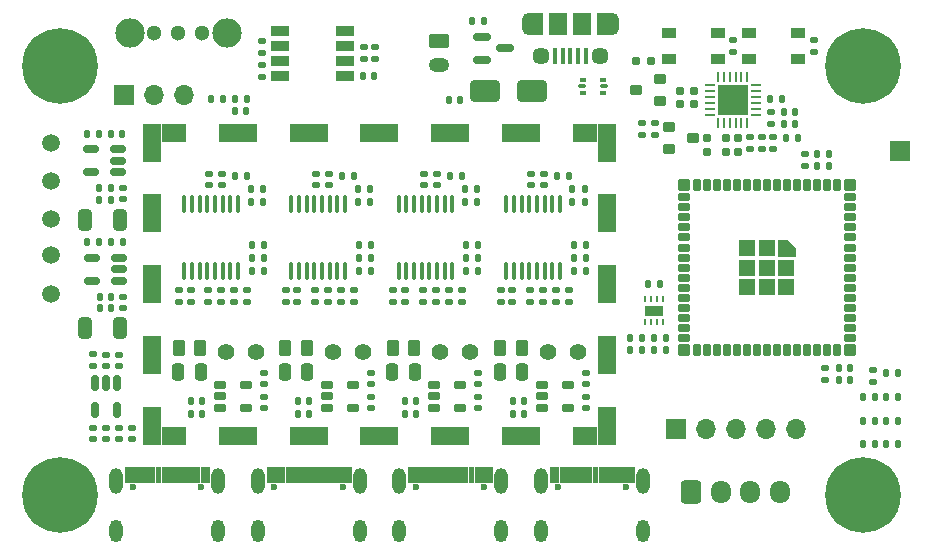
<source format=gbr>
%TF.GenerationSoftware,KiCad,Pcbnew,8.0.5*%
%TF.CreationDate,2025-06-02T18:12:59+02:00*%
%TF.ProjectId,ChrisPCB,43687269-7350-4434-922e-6b696361645f,rev?*%
%TF.SameCoordinates,Original*%
%TF.FileFunction,Soldermask,Top*%
%TF.FilePolarity,Negative*%
%FSLAX46Y46*%
G04 Gerber Fmt 4.6, Leading zero omitted, Abs format (unit mm)*
G04 Created by KiCad (PCBNEW 8.0.5) date 2025-06-02 18:12:59*
%MOMM*%
%LPD*%
G01*
G04 APERTURE LIST*
G04 Aperture macros list*
%AMRoundRect*
0 Rectangle with rounded corners*
0 $1 Rounding radius*
0 $2 $3 $4 $5 $6 $7 $8 $9 X,Y pos of 4 corners*
0 Add a 4 corners polygon primitive as box body*
4,1,4,$2,$3,$4,$5,$6,$7,$8,$9,$2,$3,0*
0 Add four circle primitives for the rounded corners*
1,1,$1+$1,$2,$3*
1,1,$1+$1,$4,$5*
1,1,$1+$1,$6,$7*
1,1,$1+$1,$8,$9*
0 Add four rect primitives between the rounded corners*
20,1,$1+$1,$2,$3,$4,$5,0*
20,1,$1+$1,$4,$5,$6,$7,0*
20,1,$1+$1,$6,$7,$8,$9,0*
20,1,$1+$1,$8,$9,$2,$3,0*%
G04 Aperture macros list end*
%ADD10C,0.010000*%
%ADD11RoundRect,0.140000X0.140000X0.170000X-0.140000X0.170000X-0.140000X-0.170000X0.140000X-0.170000X0*%
%ADD12RoundRect,0.140000X0.170000X-0.140000X0.170000X0.140000X-0.170000X0.140000X-0.170000X-0.140000X0*%
%ADD13RoundRect,0.062500X-0.062500X0.187500X-0.062500X-0.187500X0.062500X-0.187500X0.062500X0.187500X0*%
%ADD14R,1.600000X0.900000*%
%ADD15R,0.400000X1.350000*%
%ADD16O,1.200000X1.900000*%
%ADD17R,1.200000X1.900000*%
%ADD18C,1.450000*%
%ADD19R,1.500000X1.900000*%
%ADD20RoundRect,0.140000X-0.170000X0.140000X-0.170000X-0.140000X0.170000X-0.140000X0.170000X0.140000X0*%
%ADD21C,6.400000*%
%ADD22C,1.400000*%
%ADD23RoundRect,0.100000X-0.100000X0.637500X-0.100000X-0.637500X0.100000X-0.637500X0.100000X0.637500X0*%
%ADD24RoundRect,0.135000X0.135000X0.185000X-0.135000X0.185000X-0.135000X-0.185000X0.135000X-0.185000X0*%
%ADD25RoundRect,0.140000X-0.140000X-0.170000X0.140000X-0.170000X0.140000X0.170000X-0.140000X0.170000X0*%
%ADD26RoundRect,0.150000X-0.150000X0.512500X-0.150000X-0.512500X0.150000X-0.512500X0.150000X0.512500X0*%
%ADD27RoundRect,0.150000X0.512500X0.150000X-0.512500X0.150000X-0.512500X-0.150000X0.512500X-0.150000X0*%
%ADD28C,1.500000*%
%ADD29RoundRect,0.135000X0.185000X-0.135000X0.185000X0.135000X-0.185000X0.135000X-0.185000X-0.135000X0*%
%ADD30RoundRect,0.250000X-0.325000X-0.650000X0.325000X-0.650000X0.325000X0.650000X-0.325000X0.650000X0*%
%ADD31RoundRect,0.250000X0.262500X0.450000X-0.262500X0.450000X-0.262500X-0.450000X0.262500X-0.450000X0*%
%ADD32RoundRect,0.135000X-0.135000X-0.185000X0.135000X-0.185000X0.135000X0.185000X-0.135000X0.185000X0*%
%ADD33RoundRect,0.150000X-0.587500X-0.150000X0.587500X-0.150000X0.587500X0.150000X-0.587500X0.150000X0*%
%ADD34RoundRect,0.102000X-0.400000X-0.300000X0.400000X-0.300000X0.400000X0.300000X-0.400000X0.300000X0*%
%ADD35RoundRect,0.147500X0.147500X0.172500X-0.147500X0.172500X-0.147500X-0.172500X0.147500X-0.172500X0*%
%ADD36RoundRect,0.135000X-0.185000X0.135000X-0.185000X-0.135000X0.185000X-0.135000X0.185000X0.135000X0*%
%ADD37C,0.600000*%
%ADD38O,1.104000X2.204000*%
%ADD39O,1.104000X1.904000*%
%ADD40RoundRect,0.162500X-0.367500X-0.162500X0.367500X-0.162500X0.367500X0.162500X-0.367500X0.162500X0*%
%ADD41RoundRect,0.250000X-0.625000X0.350000X-0.625000X-0.350000X0.625000X-0.350000X0.625000X0.350000X0*%
%ADD42O,1.750000X1.200000*%
%ADD43RoundRect,0.102000X0.400000X0.300000X-0.400000X0.300000X-0.400000X-0.300000X0.400000X-0.300000X0*%
%ADD44RoundRect,0.062500X0.062500X-0.350000X0.062500X0.350000X-0.062500X0.350000X-0.062500X-0.350000X0*%
%ADD45RoundRect,0.062500X0.350000X-0.062500X0.350000X0.062500X-0.350000X0.062500X-0.350000X-0.062500X0*%
%ADD46R,2.600000X2.600000*%
%ADD47RoundRect,0.160000X0.160000X-0.197500X0.160000X0.197500X-0.160000X0.197500X-0.160000X-0.197500X0*%
%ADD48RoundRect,0.101600X-0.650000X-0.350000X0.650000X-0.350000X0.650000X0.350000X-0.650000X0.350000X0*%
%ADD49R,1.700000X1.700000*%
%ADD50RoundRect,0.160000X-0.197500X-0.160000X0.197500X-0.160000X0.197500X0.160000X-0.197500X0.160000X0*%
%ADD51RoundRect,0.250000X-0.600000X-0.725000X0.600000X-0.725000X0.600000X0.725000X-0.600000X0.725000X0*%
%ADD52O,1.700000X1.950000*%
%ADD53RoundRect,0.160000X-0.160000X0.197500X-0.160000X-0.197500X0.160000X-0.197500X0.160000X0.197500X0*%
%ADD54RoundRect,0.160000X0.197500X0.160000X-0.197500X0.160000X-0.197500X-0.160000X0.197500X-0.160000X0*%
%ADD55RoundRect,0.102000X0.525000X0.325000X-0.525000X0.325000X-0.525000X-0.325000X0.525000X-0.325000X0*%
%ADD56O,1.700000X1.700000*%
%ADD57RoundRect,0.250000X0.250000X0.475000X-0.250000X0.475000X-0.250000X-0.475000X0.250000X-0.475000X0*%
%ADD58RoundRect,0.093750X-0.156250X-0.093750X0.156250X-0.093750X0.156250X0.093750X-0.156250X0.093750X0*%
%ADD59RoundRect,0.075000X-0.250000X-0.075000X0.250000X-0.075000X0.250000X0.075000X-0.250000X0.075000X0*%
%ADD60R,1.550000X1.500000*%
%ADD61R,1.550000X1.750000*%
%ADD62R,1.550000X3.300000*%
%ADD63R,2.050000X1.500000*%
%ADD64R,2.100000X1.500000*%
%ADD65R,3.300000X1.500000*%
%ADD66RoundRect,0.250000X-1.000000X-0.650000X1.000000X-0.650000X1.000000X0.650000X-1.000000X0.650000X0*%
%ADD67C,1.300000*%
%ADD68C,2.483000*%
%ADD69RoundRect,0.102000X-0.200000X0.400000X-0.200000X-0.400000X0.200000X-0.400000X0.200000X0.400000X0*%
%ADD70RoundRect,0.102000X-0.400000X0.200000X-0.400000X-0.200000X0.400000X-0.200000X0.400000X0.200000X0*%
%ADD71RoundRect,0.102000X-0.600000X0.600000X-0.600000X-0.600000X0.600000X-0.600000X0.600000X0.600000X0*%
%ADD72RoundRect,0.102000X-0.400000X0.400000X-0.400000X-0.400000X0.400000X-0.400000X0.400000X0.400000X0*%
%ADD73RoundRect,0.147500X0.172500X-0.147500X0.172500X0.147500X-0.172500X0.147500X-0.172500X-0.147500X0*%
G04 APERTURE END LIST*
D10*
%TO.C,J7*%
X106200000Y-115182500D02*
X105500000Y-115182500D01*
X105500000Y-113942500D01*
X106200000Y-113942500D01*
X106200000Y-115182500D01*
G36*
X106200000Y-115182500D02*
G01*
X105500000Y-115182500D01*
X105500000Y-113942500D01*
X106200000Y-113942500D01*
X106200000Y-115182500D01*
G37*
X107000000Y-115182500D02*
X106300000Y-115182500D01*
X106300000Y-113942500D01*
X107000000Y-113942500D01*
X107000000Y-115182500D01*
G36*
X107000000Y-115182500D02*
G01*
X106300000Y-115182500D01*
X106300000Y-113942500D01*
X107000000Y-113942500D01*
X107000000Y-115182500D01*
G37*
X107500000Y-115182500D02*
X107100000Y-115182500D01*
X107100000Y-113942500D01*
X107500000Y-113942500D01*
X107500000Y-115182500D01*
G36*
X107500000Y-115182500D02*
G01*
X107100000Y-115182500D01*
X107100000Y-113942500D01*
X107500000Y-113942500D01*
X107500000Y-115182500D01*
G37*
X108000000Y-115182500D02*
X107600000Y-115182500D01*
X107600000Y-113942500D01*
X108000000Y-113942500D01*
X108000000Y-115182500D01*
G36*
X108000000Y-115182500D02*
G01*
X107600000Y-115182500D01*
X107600000Y-113942500D01*
X108000000Y-113942500D01*
X108000000Y-115182500D01*
G37*
X108500000Y-115182500D02*
X108100000Y-115182500D01*
X108100000Y-113942500D01*
X108500000Y-113942500D01*
X108500000Y-115182500D01*
G36*
X108500000Y-115182500D02*
G01*
X108100000Y-115182500D01*
X108100000Y-113942500D01*
X108500000Y-113942500D01*
X108500000Y-115182500D01*
G37*
X109000000Y-115182500D02*
X108600000Y-115182500D01*
X108600000Y-113942500D01*
X109000000Y-113942500D01*
X109000000Y-115182500D01*
G36*
X109000000Y-115182500D02*
G01*
X108600000Y-115182500D01*
X108600000Y-113942500D01*
X109000000Y-113942500D01*
X109000000Y-115182500D01*
G37*
X109500000Y-115182500D02*
X109100000Y-115182500D01*
X109100000Y-113942500D01*
X109500000Y-113942500D01*
X109500000Y-115182500D01*
G36*
X109500000Y-115182500D02*
G01*
X109100000Y-115182500D01*
X109100000Y-113942500D01*
X109500000Y-113942500D01*
X109500000Y-115182500D01*
G37*
X110000000Y-115182500D02*
X109600000Y-115182500D01*
X109600000Y-113942500D01*
X110000000Y-113942500D01*
X110000000Y-115182500D01*
G36*
X110000000Y-115182500D02*
G01*
X109600000Y-115182500D01*
X109600000Y-113942500D01*
X110000000Y-113942500D01*
X110000000Y-115182500D01*
G37*
X110500000Y-115182500D02*
X110100000Y-115182500D01*
X110100000Y-113942500D01*
X110500000Y-113942500D01*
X110500000Y-115182500D01*
G36*
X110500000Y-115182500D02*
G01*
X110100000Y-115182500D01*
X110100000Y-113942500D01*
X110500000Y-113942500D01*
X110500000Y-115182500D01*
G37*
X111000000Y-115182500D02*
X110600000Y-115182500D01*
X110600000Y-113942500D01*
X111000000Y-113942500D01*
X111000000Y-115182500D01*
G36*
X111000000Y-115182500D02*
G01*
X110600000Y-115182500D01*
X110600000Y-113942500D01*
X111000000Y-113942500D01*
X111000000Y-115182500D01*
G37*
X111800000Y-115182500D02*
X111100000Y-115182500D01*
X111100000Y-113942500D01*
X111800000Y-113942500D01*
X111800000Y-115182500D01*
G36*
X111800000Y-115182500D02*
G01*
X111100000Y-115182500D01*
X111100000Y-113942500D01*
X111800000Y-113942500D01*
X111800000Y-115182500D01*
G37*
X112600000Y-115182500D02*
X111900000Y-115182500D01*
X111900000Y-113942500D01*
X112600000Y-113942500D01*
X112600000Y-115182500D01*
G36*
X112600000Y-115182500D02*
G01*
X111900000Y-115182500D01*
X111900000Y-113942500D01*
X112600000Y-113942500D01*
X112600000Y-115182500D01*
G37*
%TO.C,J8*%
X118200000Y-115182500D02*
X117500000Y-115182500D01*
X117500000Y-113942500D01*
X118200000Y-113942500D01*
X118200000Y-115182500D01*
G36*
X118200000Y-115182500D02*
G01*
X117500000Y-115182500D01*
X117500000Y-113942500D01*
X118200000Y-113942500D01*
X118200000Y-115182500D01*
G37*
X119000000Y-115182500D02*
X118300000Y-115182500D01*
X118300000Y-113942500D01*
X119000000Y-113942500D01*
X119000000Y-115182500D01*
G36*
X119000000Y-115182500D02*
G01*
X118300000Y-115182500D01*
X118300000Y-113942500D01*
X119000000Y-113942500D01*
X119000000Y-115182500D01*
G37*
X119500000Y-115182500D02*
X119100000Y-115182500D01*
X119100000Y-113942500D01*
X119500000Y-113942500D01*
X119500000Y-115182500D01*
G36*
X119500000Y-115182500D02*
G01*
X119100000Y-115182500D01*
X119100000Y-113942500D01*
X119500000Y-113942500D01*
X119500000Y-115182500D01*
G37*
X120000000Y-115182500D02*
X119600000Y-115182500D01*
X119600000Y-113942500D01*
X120000000Y-113942500D01*
X120000000Y-115182500D01*
G36*
X120000000Y-115182500D02*
G01*
X119600000Y-115182500D01*
X119600000Y-113942500D01*
X120000000Y-113942500D01*
X120000000Y-115182500D01*
G37*
X120500000Y-115182500D02*
X120100000Y-115182500D01*
X120100000Y-113942500D01*
X120500000Y-113942500D01*
X120500000Y-115182500D01*
G36*
X120500000Y-115182500D02*
G01*
X120100000Y-115182500D01*
X120100000Y-113942500D01*
X120500000Y-113942500D01*
X120500000Y-115182500D01*
G37*
X121000000Y-115182500D02*
X120600000Y-115182500D01*
X120600000Y-113942500D01*
X121000000Y-113942500D01*
X121000000Y-115182500D01*
G36*
X121000000Y-115182500D02*
G01*
X120600000Y-115182500D01*
X120600000Y-113942500D01*
X121000000Y-113942500D01*
X121000000Y-115182500D01*
G37*
X121500000Y-115182500D02*
X121100000Y-115182500D01*
X121100000Y-113942500D01*
X121500000Y-113942500D01*
X121500000Y-115182500D01*
G36*
X121500000Y-115182500D02*
G01*
X121100000Y-115182500D01*
X121100000Y-113942500D01*
X121500000Y-113942500D01*
X121500000Y-115182500D01*
G37*
X122000000Y-115182500D02*
X121600000Y-115182500D01*
X121600000Y-113942500D01*
X122000000Y-113942500D01*
X122000000Y-115182500D01*
G36*
X122000000Y-115182500D02*
G01*
X121600000Y-115182500D01*
X121600000Y-113942500D01*
X122000000Y-113942500D01*
X122000000Y-115182500D01*
G37*
X122500000Y-115182500D02*
X122100000Y-115182500D01*
X122100000Y-113942500D01*
X122500000Y-113942500D01*
X122500000Y-115182500D01*
G36*
X122500000Y-115182500D02*
G01*
X122100000Y-115182500D01*
X122100000Y-113942500D01*
X122500000Y-113942500D01*
X122500000Y-115182500D01*
G37*
X123000000Y-115182500D02*
X122600000Y-115182500D01*
X122600000Y-113942500D01*
X123000000Y-113942500D01*
X123000000Y-115182500D01*
G36*
X123000000Y-115182500D02*
G01*
X122600000Y-115182500D01*
X122600000Y-113942500D01*
X123000000Y-113942500D01*
X123000000Y-115182500D01*
G37*
X123800000Y-115182500D02*
X123100000Y-115182500D01*
X123100000Y-113942500D01*
X123800000Y-113942500D01*
X123800000Y-115182500D01*
G36*
X123800000Y-115182500D02*
G01*
X123100000Y-115182500D01*
X123100000Y-113942500D01*
X123800000Y-113942500D01*
X123800000Y-115182500D01*
G37*
X124600000Y-115182500D02*
X123900000Y-115182500D01*
X123900000Y-113942500D01*
X124600000Y-113942500D01*
X124600000Y-115182500D01*
G36*
X124600000Y-115182500D02*
G01*
X123900000Y-115182500D01*
X123900000Y-113942500D01*
X124600000Y-113942500D01*
X124600000Y-115182500D01*
G37*
%TO.C,J9*%
X130200000Y-115182500D02*
X129500000Y-115182500D01*
X129500000Y-113942500D01*
X130200000Y-113942500D01*
X130200000Y-115182500D01*
G36*
X130200000Y-115182500D02*
G01*
X129500000Y-115182500D01*
X129500000Y-113942500D01*
X130200000Y-113942500D01*
X130200000Y-115182500D01*
G37*
X131000000Y-115182500D02*
X130300000Y-115182500D01*
X130300000Y-113942500D01*
X131000000Y-113942500D01*
X131000000Y-115182500D01*
G36*
X131000000Y-115182500D02*
G01*
X130300000Y-115182500D01*
X130300000Y-113942500D01*
X131000000Y-113942500D01*
X131000000Y-115182500D01*
G37*
X131500000Y-115182500D02*
X131100000Y-115182500D01*
X131100000Y-113942500D01*
X131500000Y-113942500D01*
X131500000Y-115182500D01*
G36*
X131500000Y-115182500D02*
G01*
X131100000Y-115182500D01*
X131100000Y-113942500D01*
X131500000Y-113942500D01*
X131500000Y-115182500D01*
G37*
X132000000Y-115182500D02*
X131600000Y-115182500D01*
X131600000Y-113942500D01*
X132000000Y-113942500D01*
X132000000Y-115182500D01*
G36*
X132000000Y-115182500D02*
G01*
X131600000Y-115182500D01*
X131600000Y-113942500D01*
X132000000Y-113942500D01*
X132000000Y-115182500D01*
G37*
X132500000Y-115182500D02*
X132100000Y-115182500D01*
X132100000Y-113942500D01*
X132500000Y-113942500D01*
X132500000Y-115182500D01*
G36*
X132500000Y-115182500D02*
G01*
X132100000Y-115182500D01*
X132100000Y-113942500D01*
X132500000Y-113942500D01*
X132500000Y-115182500D01*
G37*
X133000000Y-115182500D02*
X132600000Y-115182500D01*
X132600000Y-113942500D01*
X133000000Y-113942500D01*
X133000000Y-115182500D01*
G36*
X133000000Y-115182500D02*
G01*
X132600000Y-115182500D01*
X132600000Y-113942500D01*
X133000000Y-113942500D01*
X133000000Y-115182500D01*
G37*
X133500000Y-115182500D02*
X133100000Y-115182500D01*
X133100000Y-113942500D01*
X133500000Y-113942500D01*
X133500000Y-115182500D01*
G36*
X133500000Y-115182500D02*
G01*
X133100000Y-115182500D01*
X133100000Y-113942500D01*
X133500000Y-113942500D01*
X133500000Y-115182500D01*
G37*
X134000000Y-115182500D02*
X133600000Y-115182500D01*
X133600000Y-113942500D01*
X134000000Y-113942500D01*
X134000000Y-115182500D01*
G36*
X134000000Y-115182500D02*
G01*
X133600000Y-115182500D01*
X133600000Y-113942500D01*
X134000000Y-113942500D01*
X134000000Y-115182500D01*
G37*
X134500000Y-115182500D02*
X134100000Y-115182500D01*
X134100000Y-113942500D01*
X134500000Y-113942500D01*
X134500000Y-115182500D01*
G36*
X134500000Y-115182500D02*
G01*
X134100000Y-115182500D01*
X134100000Y-113942500D01*
X134500000Y-113942500D01*
X134500000Y-115182500D01*
G37*
X135000000Y-115182500D02*
X134600000Y-115182500D01*
X134600000Y-113942500D01*
X135000000Y-113942500D01*
X135000000Y-115182500D01*
G36*
X135000000Y-115182500D02*
G01*
X134600000Y-115182500D01*
X134600000Y-113942500D01*
X135000000Y-113942500D01*
X135000000Y-115182500D01*
G37*
X135800000Y-115182500D02*
X135100000Y-115182500D01*
X135100000Y-113942500D01*
X135800000Y-113942500D01*
X135800000Y-115182500D01*
G36*
X135800000Y-115182500D02*
G01*
X135100000Y-115182500D01*
X135100000Y-113942500D01*
X135800000Y-113942500D01*
X135800000Y-115182500D01*
G37*
X136600000Y-115182500D02*
X135900000Y-115182500D01*
X135900000Y-113942500D01*
X136600000Y-113942500D01*
X136600000Y-115182500D01*
G36*
X136600000Y-115182500D02*
G01*
X135900000Y-115182500D01*
X135900000Y-113942500D01*
X136600000Y-113942500D01*
X136600000Y-115182500D01*
G37*
%TO.C,J10*%
X142200000Y-115182500D02*
X141500000Y-115182500D01*
X141500000Y-113942500D01*
X142200000Y-113942500D01*
X142200000Y-115182500D01*
G36*
X142200000Y-115182500D02*
G01*
X141500000Y-115182500D01*
X141500000Y-113942500D01*
X142200000Y-113942500D01*
X142200000Y-115182500D01*
G37*
X143000000Y-115182500D02*
X142300000Y-115182500D01*
X142300000Y-113942500D01*
X143000000Y-113942500D01*
X143000000Y-115182500D01*
G36*
X143000000Y-115182500D02*
G01*
X142300000Y-115182500D01*
X142300000Y-113942500D01*
X143000000Y-113942500D01*
X143000000Y-115182500D01*
G37*
X143500000Y-115182500D02*
X143100000Y-115182500D01*
X143100000Y-113942500D01*
X143500000Y-113942500D01*
X143500000Y-115182500D01*
G36*
X143500000Y-115182500D02*
G01*
X143100000Y-115182500D01*
X143100000Y-113942500D01*
X143500000Y-113942500D01*
X143500000Y-115182500D01*
G37*
X144000000Y-115182500D02*
X143600000Y-115182500D01*
X143600000Y-113942500D01*
X144000000Y-113942500D01*
X144000000Y-115182500D01*
G36*
X144000000Y-115182500D02*
G01*
X143600000Y-115182500D01*
X143600000Y-113942500D01*
X144000000Y-113942500D01*
X144000000Y-115182500D01*
G37*
X144500000Y-115182500D02*
X144100000Y-115182500D01*
X144100000Y-113942500D01*
X144500000Y-113942500D01*
X144500000Y-115182500D01*
G36*
X144500000Y-115182500D02*
G01*
X144100000Y-115182500D01*
X144100000Y-113942500D01*
X144500000Y-113942500D01*
X144500000Y-115182500D01*
G37*
X145000000Y-115182500D02*
X144600000Y-115182500D01*
X144600000Y-113942500D01*
X145000000Y-113942500D01*
X145000000Y-115182500D01*
G36*
X145000000Y-115182500D02*
G01*
X144600000Y-115182500D01*
X144600000Y-113942500D01*
X145000000Y-113942500D01*
X145000000Y-115182500D01*
G37*
X145500000Y-115182500D02*
X145100000Y-115182500D01*
X145100000Y-113942500D01*
X145500000Y-113942500D01*
X145500000Y-115182500D01*
G36*
X145500000Y-115182500D02*
G01*
X145100000Y-115182500D01*
X145100000Y-113942500D01*
X145500000Y-113942500D01*
X145500000Y-115182500D01*
G37*
X146000000Y-115182500D02*
X145600000Y-115182500D01*
X145600000Y-113942500D01*
X146000000Y-113942500D01*
X146000000Y-115182500D01*
G36*
X146000000Y-115182500D02*
G01*
X145600000Y-115182500D01*
X145600000Y-113942500D01*
X146000000Y-113942500D01*
X146000000Y-115182500D01*
G37*
X146500000Y-115182500D02*
X146100000Y-115182500D01*
X146100000Y-113942500D01*
X146500000Y-113942500D01*
X146500000Y-115182500D01*
G36*
X146500000Y-115182500D02*
G01*
X146100000Y-115182500D01*
X146100000Y-113942500D01*
X146500000Y-113942500D01*
X146500000Y-115182500D01*
G37*
X147000000Y-115182500D02*
X146600000Y-115182500D01*
X146600000Y-113942500D01*
X147000000Y-113942500D01*
X147000000Y-115182500D01*
G36*
X147000000Y-115182500D02*
G01*
X146600000Y-115182500D01*
X146600000Y-113942500D01*
X147000000Y-113942500D01*
X147000000Y-115182500D01*
G37*
X147800000Y-115182500D02*
X147100000Y-115182500D01*
X147100000Y-113942500D01*
X147800000Y-113942500D01*
X147800000Y-115182500D01*
G36*
X147800000Y-115182500D02*
G01*
X147100000Y-115182500D01*
X147100000Y-113942500D01*
X147800000Y-113942500D01*
X147800000Y-115182500D01*
G37*
X148600000Y-115182500D02*
X147900000Y-115182500D01*
X147900000Y-113942500D01*
X148600000Y-113942500D01*
X148600000Y-115182500D01*
G36*
X148600000Y-115182500D02*
G01*
X147900000Y-115182500D01*
X147900000Y-113942500D01*
X148600000Y-113942500D01*
X148600000Y-115182500D01*
G37*
%TO.C,U2*%
X162200000Y-95350000D02*
X162200000Y-96100000D01*
X160800000Y-96100000D01*
X160800000Y-94700000D01*
X161550000Y-94700000D01*
X162200000Y-95350000D01*
G36*
X162200000Y-95350000D02*
G01*
X162200000Y-96100000D01*
X160800000Y-96100000D01*
X160800000Y-94700000D01*
X161550000Y-94700000D01*
X162200000Y-95350000D01*
G37*
%TD*%
D11*
%TO.C,C16*%
X149256000Y-104002000D03*
X148296000Y-104002000D03*
%TD*%
D12*
%TO.C,C74*%
X105300000Y-91280000D03*
X105300000Y-90320000D03*
%TD*%
D13*
%TO.C,U15*%
X151050000Y-99750000D03*
X150550000Y-99750000D03*
X150050000Y-99750000D03*
X149550000Y-99750000D03*
X149550000Y-101650000D03*
X150050000Y-101650000D03*
X150550000Y-101650000D03*
X151050000Y-101650000D03*
D14*
X150300000Y-100700000D03*
%TD*%
D12*
%TO.C,C4*%
X105000000Y-111580000D03*
X105000000Y-110620000D03*
%TD*%
%TO.C,C20*%
X113650000Y-99942500D03*
X113650000Y-98982500D03*
%TD*%
D15*
%TO.C,J11*%
X144500000Y-79162500D03*
X143850000Y-79162500D03*
X143200000Y-79162500D03*
X142550000Y-79162500D03*
X141900000Y-79162500D03*
D16*
X146700000Y-76462500D03*
D17*
X146100000Y-76462500D03*
D18*
X145700000Y-79162500D03*
D19*
X144200000Y-76462500D03*
X142200000Y-76462500D03*
D18*
X140700000Y-79162500D03*
D17*
X140300000Y-76462500D03*
D16*
X139700000Y-76462500D03*
%TD*%
D20*
%TO.C,C46*%
X135400000Y-107982500D03*
X135400000Y-108942500D03*
%TD*%
%TO.C,C60*%
X143100000Y-98982500D03*
X143100000Y-99942500D03*
%TD*%
D21*
%TO.C,H3*%
X168000000Y-80000000D03*
%TD*%
D22*
%TO.C,TP6*%
X116600000Y-104162500D03*
X114060000Y-104162500D03*
%TD*%
D20*
%TO.C,C6*%
X102800000Y-110620000D03*
X102800000Y-111580000D03*
%TD*%
D23*
%TO.C,U9*%
X142325000Y-91637500D03*
X141675000Y-91637500D03*
X141025000Y-91637500D03*
X140375000Y-91637500D03*
X139725000Y-91637500D03*
X139075000Y-91637500D03*
X138425000Y-91637500D03*
X137775000Y-91637500D03*
X137775000Y-97362500D03*
X138425000Y-97362500D03*
X139075000Y-97362500D03*
X139725000Y-97362500D03*
X140375000Y-97362500D03*
X141025000Y-97362500D03*
X141675000Y-97362500D03*
X142325000Y-97362500D03*
%TD*%
D24*
%TO.C,R33*%
X144510000Y-96262500D03*
X143490000Y-96262500D03*
%TD*%
%TO.C,R16*%
X117160000Y-90362500D03*
X116140000Y-90362500D03*
%TD*%
D20*
%TO.C,C43*%
X135400000Y-105982500D03*
X135400000Y-106942500D03*
%TD*%
D25*
%TO.C,C39*%
X120120000Y-109462500D03*
X121080000Y-109462500D03*
%TD*%
D26*
%TO.C,U1*%
X104850000Y-106862500D03*
X103900000Y-106862500D03*
X102950000Y-106862500D03*
X102950000Y-109137500D03*
X104850000Y-109137500D03*
%TD*%
D12*
%TO.C,C54*%
X141000000Y-90080000D03*
X141000000Y-89120000D03*
%TD*%
D27*
%TO.C,U14*%
X104962500Y-98150000D03*
X104962500Y-97200000D03*
X104962500Y-96250000D03*
X102687500Y-96250000D03*
X102687500Y-98150000D03*
%TD*%
D11*
%TO.C,C12*%
X165080000Y-87420000D03*
X164120000Y-87420000D03*
%TD*%
D20*
%TO.C,C24*%
X115850000Y-98982500D03*
X115850000Y-99942500D03*
%TD*%
D24*
%TO.C,R20*%
X126310000Y-97362500D03*
X125290000Y-97362500D03*
%TD*%
D20*
%TO.C,C22*%
X117250000Y-107982500D03*
X117250000Y-108942500D03*
%TD*%
D24*
%TO.C,R35*%
X144510000Y-95162500D03*
X143490000Y-95162500D03*
%TD*%
D21*
%TO.C,H1*%
X100000000Y-116320000D03*
%TD*%
D28*
%TO.C,TP5*%
X99200000Y-86500000D03*
%TD*%
D29*
%TO.C,R49*%
X150400000Y-85810000D03*
X150400000Y-84790000D03*
%TD*%
D12*
%TO.C,C35*%
X123800000Y-99942500D03*
X123800000Y-98982500D03*
%TD*%
D23*
%TO.C,U5*%
X124125000Y-91625000D03*
X123475000Y-91625000D03*
X122825000Y-91625000D03*
X122175000Y-91625000D03*
X121525000Y-91625000D03*
X120875000Y-91625000D03*
X120225000Y-91625000D03*
X119575000Y-91625000D03*
X119575000Y-97350000D03*
X120225000Y-97350000D03*
X120875000Y-97350000D03*
X121525000Y-97350000D03*
X122175000Y-97350000D03*
X122825000Y-97350000D03*
X123475000Y-97350000D03*
X124125000Y-97350000D03*
%TD*%
D12*
%TO.C,C32*%
X122700000Y-99942500D03*
X122700000Y-98982500D03*
%TD*%
D24*
%TO.C,R14*%
X117260000Y-97362500D03*
X116240000Y-97362500D03*
%TD*%
D12*
%TO.C,C18*%
X113750000Y-90080000D03*
X113750000Y-89120000D03*
%TD*%
D30*
%TO.C,C7*%
X102125000Y-93000000D03*
X105075000Y-93000000D03*
%TD*%
D11*
%TO.C,C71*%
X115780000Y-83800000D03*
X114820000Y-83800000D03*
%TD*%
D12*
%TO.C,C59*%
X142000000Y-99942500D03*
X142000000Y-98982500D03*
%TD*%
D31*
%TO.C,RF1*%
X111862500Y-103862500D03*
X110037500Y-103862500D03*
%TD*%
D20*
%TO.C,C58*%
X144500000Y-107982500D03*
X144500000Y-108942500D03*
%TD*%
D32*
%TO.C,R52*%
X134890000Y-76200000D03*
X135910000Y-76200000D03*
%TD*%
D24*
%TO.C,R28*%
X135310000Y-90362500D03*
X134290000Y-90362500D03*
%TD*%
%TO.C,R32*%
X144510000Y-97362500D03*
X143490000Y-97362500D03*
%TD*%
%TO.C,R15*%
X117260000Y-96262500D03*
X116240000Y-96262500D03*
%TD*%
D33*
%TO.C,Q3*%
X135762500Y-77550000D03*
X135762500Y-79450000D03*
X137637500Y-78500000D03*
%TD*%
D24*
%TO.C,R12*%
X115860000Y-89262500D03*
X114840000Y-89262500D03*
%TD*%
D12*
%TO.C,C56*%
X140900000Y-99942500D03*
X140900000Y-98982500D03*
%TD*%
D34*
%TO.C,Q2*%
X151590000Y-85150000D03*
X151590000Y-87050000D03*
X153610000Y-86100000D03*
%TD*%
D24*
%TO.C,R21*%
X126310000Y-96262500D03*
X125290000Y-96262500D03*
%TD*%
D35*
%TO.C,LED_INFO4*%
X170919000Y-106000000D03*
X169949000Y-106000000D03*
%TD*%
D36*
%TO.C,R40*%
X160200000Y-83890000D03*
X160200000Y-84910000D03*
%TD*%
D29*
%TO.C,R43*%
X125700000Y-79410000D03*
X125700000Y-78390000D03*
%TD*%
D20*
%TO.C,C9*%
X163800000Y-77820000D03*
X163800000Y-78780000D03*
%TD*%
D28*
%TO.C,TP4*%
X99200000Y-99300000D03*
%TD*%
D11*
%TO.C,C28*%
X112030000Y-108362500D03*
X111070000Y-108362500D03*
%TD*%
%TO.C,C11*%
X165080000Y-88450000D03*
X164120000Y-88450000D03*
%TD*%
%TO.C,C76*%
X104305000Y-99500000D03*
X103345000Y-99500000D03*
%TD*%
D12*
%TO.C,C3*%
X106100000Y-111580000D03*
X106100000Y-110620000D03*
%TD*%
D28*
%TO.C,TP3*%
X99200000Y-96000000D03*
%TD*%
D25*
%TO.C,C15*%
X149820000Y-98414000D03*
X150780000Y-98414000D03*
%TD*%
D35*
%TO.C,LED_PWR2*%
X105285000Y-85700000D03*
X104315000Y-85700000D03*
%TD*%
D11*
%TO.C,C14*%
X166880000Y-106550000D03*
X165920000Y-106550000D03*
%TD*%
D20*
%TO.C,C1*%
X105000000Y-104420000D03*
X105000000Y-105380000D03*
%TD*%
D30*
%TO.C,C8*%
X102125000Y-102200000D03*
X105075000Y-102200000D03*
%TD*%
D20*
%TO.C,C57*%
X139800000Y-98982500D03*
X139800000Y-99942500D03*
%TD*%
%TO.C,C25*%
X110050000Y-98982500D03*
X110050000Y-99942500D03*
%TD*%
D24*
%TO.C,R18*%
X124910000Y-89262500D03*
X123890000Y-89262500D03*
%TD*%
D37*
%TO.C,J7*%
X106160000Y-115632500D03*
X111940000Y-115632500D03*
D38*
X104725000Y-115142500D03*
X113375000Y-115142500D03*
D39*
X104725000Y-119312500D03*
X113375000Y-119312500D03*
%TD*%
D35*
%TO.C,LED_PWR1*%
X162470000Y-86100000D03*
X161500000Y-86100000D03*
%TD*%
D24*
%TO.C,R29*%
X135410000Y-95162500D03*
X134390000Y-95162500D03*
%TD*%
D31*
%TO.C,RF3*%
X130012500Y-103862500D03*
X128187500Y-103862500D03*
%TD*%
D20*
%TO.C,C21*%
X112550000Y-98982500D03*
X112550000Y-99942500D03*
%TD*%
%TO.C,C53*%
X139900000Y-89120000D03*
X139900000Y-90080000D03*
%TD*%
D40*
%TO.C,U8*%
X131700000Y-107012500D03*
X131700000Y-107962500D03*
X131700000Y-108912500D03*
X133900000Y-108912500D03*
X133900000Y-107012500D03*
%TD*%
D12*
%TO.C,C78*%
X105325000Y-100480000D03*
X105325000Y-99520000D03*
%TD*%
D28*
%TO.C,TP1*%
X99200000Y-89700000D03*
%TD*%
D41*
%TO.C,X1*%
X132100000Y-77900000D03*
D42*
X132100000Y-79900000D03*
%TD*%
D11*
%TO.C,C64*%
X139280000Y-108362500D03*
X138320000Y-108362500D03*
%TD*%
D12*
%TO.C,C62*%
X138300000Y-99942500D03*
X138300000Y-98982500D03*
%TD*%
D43*
%TO.C,Q1*%
X150810000Y-82950000D03*
X150810000Y-81050000D03*
X148790000Y-82000000D03*
%TD*%
D24*
%TO.C,R17*%
X117260000Y-95162500D03*
X116240000Y-95162500D03*
%TD*%
D20*
%TO.C,C17*%
X112650000Y-89120000D03*
X112650000Y-90080000D03*
%TD*%
D22*
%TO.C,TP9*%
X143850000Y-104162500D03*
X141310000Y-104162500D03*
%TD*%
D20*
%TO.C,C41*%
X130800000Y-89120000D03*
X130800000Y-90080000D03*
%TD*%
D11*
%TO.C,C66*%
X162260000Y-83900000D03*
X161300000Y-83900000D03*
%TD*%
D44*
%TO.C,U12*%
X155700000Y-84787500D03*
X156200000Y-84787500D03*
X156700000Y-84787500D03*
X157200000Y-84787500D03*
X157700000Y-84787500D03*
X158200000Y-84787500D03*
D45*
X158887500Y-84100000D03*
X158887500Y-83600000D03*
X158887500Y-83100000D03*
X158887500Y-82600000D03*
X158887500Y-82100000D03*
X158887500Y-81600000D03*
D44*
X158200000Y-80912500D03*
X157700000Y-80912500D03*
X157200000Y-80912500D03*
X156700000Y-80912500D03*
X156200000Y-80912500D03*
X155700000Y-80912500D03*
D45*
X155012500Y-81600000D03*
X155012500Y-82100000D03*
X155012500Y-82600000D03*
X155012500Y-83100000D03*
X155012500Y-83600000D03*
X155012500Y-84100000D03*
D46*
X156950000Y-82850000D03*
%TD*%
D22*
%TO.C,TP8*%
X134750000Y-104162500D03*
X132210000Y-104162500D03*
%TD*%
D24*
%TO.C,R19*%
X126210000Y-91462500D03*
X125190000Y-91462500D03*
%TD*%
D25*
%TO.C,C27*%
X111070000Y-109462500D03*
X112030000Y-109462500D03*
%TD*%
D11*
%TO.C,C77*%
X104305000Y-100500000D03*
X103345000Y-100500000D03*
%TD*%
D12*
%TO.C,C69*%
X117100000Y-80880000D03*
X117100000Y-79920000D03*
%TD*%
D32*
%TO.C,R2*%
X167990000Y-110000000D03*
X169010000Y-110000000D03*
%TD*%
D36*
%TO.C,R47*%
X149300000Y-84790000D03*
X149300000Y-85810000D03*
%TD*%
D20*
%TO.C,C10*%
X157000000Y-77820000D03*
X157000000Y-78780000D03*
%TD*%
D36*
%TO.C,R3*%
X102800000Y-104390000D03*
X102800000Y-105410000D03*
%TD*%
D11*
%TO.C,C67*%
X162260000Y-84900000D03*
X161300000Y-84900000D03*
%TD*%
D20*
%TO.C,C61*%
X137300000Y-98982500D03*
X137300000Y-99942500D03*
%TD*%
D32*
%TO.C,R53*%
X102305000Y-94905000D03*
X103325000Y-94905000D03*
%TD*%
D20*
%TO.C,C36*%
X124900000Y-98982500D03*
X124900000Y-99942500D03*
%TD*%
D36*
%TO.C,R6*%
X163100000Y-87440000D03*
X163100000Y-88460000D03*
%TD*%
D47*
%TO.C,R41*%
X157400000Y-87297500D03*
X157400000Y-86102500D03*
%TD*%
D48*
%TO.C,IC1*%
X118650000Y-76995000D03*
X118650000Y-78265000D03*
X118650000Y-79535000D03*
X118650000Y-80805000D03*
X124150000Y-80805000D03*
X124150000Y-79535000D03*
X124150000Y-78265000D03*
X124150000Y-76995000D03*
%TD*%
D49*
%TO.C,J5*%
X171100000Y-87200000D03*
%TD*%
D50*
%TO.C,R39*%
X152500000Y-82100000D03*
X153695000Y-82100000D03*
%TD*%
D32*
%TO.C,R4*%
X167990000Y-108000000D03*
X169010000Y-108000000D03*
%TD*%
D20*
%TO.C,C2*%
X103900000Y-104420000D03*
X103900000Y-105380000D03*
%TD*%
D12*
%TO.C,C42*%
X131900000Y-90080000D03*
X131900000Y-89120000D03*
%TD*%
%TO.C,C65*%
X159400000Y-86980000D03*
X159400000Y-86020000D03*
%TD*%
D21*
%TO.C,H4*%
X168000000Y-116320000D03*
%TD*%
D20*
%TO.C,C55*%
X144500000Y-105982500D03*
X144500000Y-106942500D03*
%TD*%
D12*
%TO.C,C68*%
X158400000Y-86980000D03*
X158400000Y-86020000D03*
%TD*%
%TO.C,C47*%
X132900000Y-99942500D03*
X132900000Y-98982500D03*
%TD*%
D24*
%TO.C,R22*%
X126210000Y-90362500D03*
X125190000Y-90362500D03*
%TD*%
D32*
%TO.C,R1*%
X167990000Y-112000000D03*
X169010000Y-112000000D03*
%TD*%
D23*
%TO.C,U7*%
X133225000Y-91637500D03*
X132575000Y-91637500D03*
X131925000Y-91637500D03*
X131275000Y-91637500D03*
X130625000Y-91637500D03*
X129975000Y-91637500D03*
X129325000Y-91637500D03*
X128675000Y-91637500D03*
X128675000Y-97362500D03*
X129325000Y-97362500D03*
X129975000Y-97362500D03*
X130625000Y-97362500D03*
X131275000Y-97362500D03*
X131925000Y-97362500D03*
X132575000Y-97362500D03*
X133225000Y-97362500D03*
%TD*%
D37*
%TO.C,J8*%
X118160000Y-115632500D03*
X123940000Y-115632500D03*
D38*
X116725000Y-115142500D03*
X125375000Y-115142500D03*
D39*
X116725000Y-119312500D03*
X125375000Y-119312500D03*
%TD*%
D37*
%TO.C,J9*%
X130160000Y-115632500D03*
X135940000Y-115632500D03*
D38*
X128725000Y-115142500D03*
X137375000Y-115142500D03*
D39*
X128725000Y-119312500D03*
X137375000Y-119312500D03*
%TD*%
D12*
%TO.C,C30*%
X122800000Y-90067500D03*
X122800000Y-89107500D03*
%TD*%
D20*
%TO.C,C49*%
X128200000Y-98982500D03*
X128200000Y-99942500D03*
%TD*%
D32*
%TO.C,R51*%
X102290000Y-85700000D03*
X103310000Y-85700000D03*
%TD*%
D20*
%TO.C,C34*%
X126300000Y-107982500D03*
X126300000Y-108942500D03*
%TD*%
D35*
%TO.C,LED_INFO1*%
X170919000Y-112000000D03*
X169949000Y-112000000D03*
%TD*%
D11*
%TO.C,C13*%
X166880000Y-105550000D03*
X165920000Y-105550000D03*
%TD*%
D51*
%TO.C,J3*%
X153456000Y-116078000D03*
D52*
X155956000Y-116078000D03*
X158456000Y-116078000D03*
X160956000Y-116078000D03*
%TD*%
D11*
%TO.C,C40*%
X121080000Y-108362500D03*
X120120000Y-108362500D03*
%TD*%
%TO.C,C79*%
X149256000Y-102986000D03*
X148296000Y-102986000D03*
%TD*%
D27*
%TO.C,U13*%
X104937500Y-88950000D03*
X104937500Y-88000000D03*
X104937500Y-87050000D03*
X102662500Y-87050000D03*
X102662500Y-88950000D03*
%TD*%
D53*
%TO.C,R50*%
X154800000Y-86102500D03*
X154800000Y-87297500D03*
%TD*%
D11*
%TO.C,C70*%
X126580000Y-80800000D03*
X125620000Y-80800000D03*
%TD*%
D20*
%TO.C,C5*%
X103900000Y-110620000D03*
X103900000Y-111580000D03*
%TD*%
%TO.C,C37*%
X119100000Y-98982500D03*
X119100000Y-99942500D03*
%TD*%
D11*
%TO.C,C52*%
X130180000Y-108362500D03*
X129220000Y-108362500D03*
%TD*%
D20*
%TO.C,C45*%
X130700000Y-98982500D03*
X130700000Y-99942500D03*
%TD*%
D24*
%TO.C,R25*%
X135310000Y-91462500D03*
X134290000Y-91462500D03*
%TD*%
D54*
%TO.C,R38*%
X153700000Y-83200000D03*
X152505000Y-83200000D03*
%TD*%
D25*
%TO.C,C63*%
X138320000Y-109462500D03*
X139280000Y-109462500D03*
%TD*%
D55*
%TO.C,RESET_SWITCH1*%
X155675000Y-79375000D03*
X151525000Y-79375000D03*
X155675000Y-77225000D03*
X151525000Y-77225000D03*
%TD*%
D24*
%TO.C,R31*%
X144410000Y-91462500D03*
X143390000Y-91462500D03*
%TD*%
D31*
%TO.C,RF4*%
X139112500Y-103862500D03*
X137287500Y-103862500D03*
%TD*%
D49*
%TO.C,J1*%
X105420000Y-82400000D03*
D56*
X107960000Y-82400000D03*
X110500000Y-82400000D03*
%TD*%
D57*
%TO.C,CF4*%
X139150000Y-105862500D03*
X137250000Y-105862500D03*
%TD*%
D29*
%TO.C,R5*%
X168800000Y-106710000D03*
X168800000Y-105690000D03*
%TD*%
D58*
%TO.C,U11*%
X144250000Y-81162500D03*
D59*
X144175000Y-81700000D03*
D58*
X144250000Y-82237500D03*
X145950000Y-82237500D03*
D59*
X146025000Y-81700000D03*
D58*
X145950000Y-81162500D03*
%TD*%
D22*
%TO.C,TP7*%
X125650000Y-104162500D03*
X123110000Y-104162500D03*
%TD*%
D21*
%TO.C,H2*%
X100000000Y-80000000D03*
%TD*%
D57*
%TO.C,CF1*%
X111900000Y-105862500D03*
X110000000Y-105862500D03*
%TD*%
D49*
%TO.C,J2*%
X152151000Y-110744000D03*
D56*
X154691000Y-110744000D03*
X157231000Y-110744000D03*
X159771000Y-110744000D03*
X162311000Y-110744000D03*
%TD*%
D23*
%TO.C,U3*%
X115075000Y-91625000D03*
X114425000Y-91625000D03*
X113775000Y-91625000D03*
X113125000Y-91625000D03*
X112475000Y-91625000D03*
X111825000Y-91625000D03*
X111175000Y-91625000D03*
X110525000Y-91625000D03*
X110525000Y-97350000D03*
X111175000Y-97350000D03*
X111825000Y-97350000D03*
X112475000Y-97350000D03*
X113125000Y-97350000D03*
X113775000Y-97350000D03*
X114425000Y-97350000D03*
X115075000Y-97350000D03*
%TD*%
D53*
%TO.C,R42*%
X156400000Y-86100000D03*
X156400000Y-87295000D03*
%TD*%
D11*
%TO.C,C73*%
X104280000Y-90300000D03*
X103320000Y-90300000D03*
%TD*%
D24*
%TO.C,R26*%
X135410000Y-97362500D03*
X134390000Y-97362500D03*
%TD*%
%TO.C,R23*%
X126310000Y-95162500D03*
X125290000Y-95162500D03*
%TD*%
%TO.C,R30*%
X143110000Y-89262500D03*
X142090000Y-89262500D03*
%TD*%
D20*
%TO.C,C31*%
X126300000Y-105982500D03*
X126300000Y-106942500D03*
%TD*%
D24*
%TO.C,R34*%
X144410000Y-90362500D03*
X143390000Y-90362500D03*
%TD*%
D28*
%TO.C,TP2*%
X99200000Y-92900000D03*
%TD*%
D11*
%TO.C,C81*%
X151288000Y-102986000D03*
X150328000Y-102986000D03*
%TD*%
D36*
%TO.C,R46*%
X117100000Y-77890000D03*
X117100000Y-78910000D03*
%TD*%
D32*
%TO.C,R37*%
X160090000Y-82800000D03*
X161110000Y-82800000D03*
%TD*%
D24*
%TO.C,R24*%
X134010000Y-89262500D03*
X132990000Y-89262500D03*
%TD*%
D55*
%TO.C,BOOT_SWITCH1*%
X162475000Y-79375000D03*
X158325000Y-79375000D03*
X162475000Y-77225000D03*
X158325000Y-77225000D03*
%TD*%
D24*
%TO.C,R27*%
X135410000Y-96262500D03*
X134390000Y-96262500D03*
%TD*%
D40*
%TO.C,U6*%
X122600000Y-107012500D03*
X122600000Y-107962500D03*
X122600000Y-108912500D03*
X124800000Y-108912500D03*
X124800000Y-107012500D03*
%TD*%
D60*
%TO.C,J6*%
X107825000Y-85612500D03*
D61*
X107825000Y-87237500D03*
D62*
X107825000Y-92462500D03*
X107825000Y-98462500D03*
X107825000Y-104462500D03*
D61*
X107825000Y-109687500D03*
D60*
X107825000Y-111312500D03*
D63*
X109625000Y-85612500D03*
D64*
X109650000Y-111312500D03*
D65*
X115050000Y-85612500D03*
X115050000Y-111312500D03*
X121050000Y-85612500D03*
X121050000Y-111312500D03*
X127050000Y-85612500D03*
X127050000Y-111312500D03*
X133050000Y-85612500D03*
X133050000Y-111312500D03*
X139050000Y-85612500D03*
X139050000Y-111312500D03*
D64*
X144450000Y-85612500D03*
X144450000Y-111312500D03*
D60*
X146275000Y-85612500D03*
D61*
X146275000Y-87237500D03*
D62*
X146275000Y-92462500D03*
X146275000Y-98462500D03*
X146275000Y-104462500D03*
D61*
X146275000Y-109687500D03*
D60*
X146275000Y-111312500D03*
%TD*%
D37*
%TO.C,J10*%
X142160000Y-115632500D03*
X147940000Y-115632500D03*
D38*
X140725000Y-115142500D03*
X149375000Y-115142500D03*
D39*
X140725000Y-119312500D03*
X149375000Y-119312500D03*
%TD*%
D12*
%TO.C,C50*%
X129200000Y-99942500D03*
X129200000Y-98982500D03*
%TD*%
D25*
%TO.C,C75*%
X132920000Y-82900000D03*
X133880000Y-82900000D03*
%TD*%
D36*
%TO.C,R36*%
X160400000Y-85990000D03*
X160400000Y-87010000D03*
%TD*%
D66*
%TO.C,D1*%
X136000000Y-82100000D03*
X140000000Y-82100000D03*
%TD*%
D35*
%TO.C,LED_PWR3*%
X105300000Y-94900000D03*
X104330000Y-94900000D03*
%TD*%
D20*
%TO.C,C33*%
X121600000Y-98982500D03*
X121600000Y-99942500D03*
%TD*%
D24*
%TO.C,R48*%
X115810000Y-82800000D03*
X114790000Y-82800000D03*
%TD*%
D40*
%TO.C,U10*%
X140800000Y-107012500D03*
X140800000Y-107962500D03*
X140800000Y-108912500D03*
X143000000Y-108912500D03*
X143000000Y-107012500D03*
%TD*%
D35*
%TO.C,LED_INFO3*%
X170919000Y-108000000D03*
X169949000Y-108000000D03*
%TD*%
D67*
%TO.C,S1*%
X112000000Y-77200000D03*
X110000000Y-77200000D03*
X108000000Y-77200000D03*
D68*
X114100000Y-77200000D03*
X105900000Y-77200000D03*
%TD*%
D20*
%TO.C,C48*%
X134000000Y-98982500D03*
X134000000Y-99942500D03*
%TD*%
D11*
%TO.C,C80*%
X151288000Y-104002000D03*
X150328000Y-104002000D03*
%TD*%
D24*
%TO.C,R44*%
X113810000Y-82800000D03*
X112790000Y-82800000D03*
%TD*%
D40*
%TO.C,U4*%
X113550000Y-107012500D03*
X113550000Y-107962500D03*
X113550000Y-108912500D03*
X115750000Y-108912500D03*
X115750000Y-107012500D03*
%TD*%
D20*
%TO.C,C29*%
X121700000Y-89107500D03*
X121700000Y-90067500D03*
%TD*%
%TO.C,C19*%
X117250000Y-105982500D03*
X117250000Y-106942500D03*
%TD*%
D69*
%TO.C,U2*%
X165800000Y-90050000D03*
X164950000Y-90050000D03*
X164100000Y-90050000D03*
X163250000Y-90050000D03*
X162400000Y-90050000D03*
X161550000Y-90050000D03*
X160700000Y-90050000D03*
X159850000Y-90050000D03*
X159000000Y-90050000D03*
X158150000Y-90050000D03*
X157300000Y-90050000D03*
X156450000Y-90050000D03*
X155600000Y-90050000D03*
X154750000Y-90050000D03*
X153900000Y-90050000D03*
D70*
X152850000Y-91100000D03*
X152850000Y-91950000D03*
X152850000Y-92800000D03*
X152850000Y-93650000D03*
X152850000Y-94500000D03*
X152850000Y-95350000D03*
X152850000Y-96200000D03*
X152850000Y-97050000D03*
X152850000Y-97900000D03*
X152850000Y-98750000D03*
X152850000Y-99600000D03*
X152850000Y-100450000D03*
X152850000Y-101300000D03*
X152850000Y-102150000D03*
X152850000Y-103000000D03*
D69*
X153900000Y-104050000D03*
X154750000Y-104050000D03*
X155600000Y-104050000D03*
X156450000Y-104050000D03*
X157300000Y-104050000D03*
X158150000Y-104050000D03*
X159000000Y-104050000D03*
X159850000Y-104050000D03*
X160700000Y-104050000D03*
X161550000Y-104050000D03*
X162400000Y-104050000D03*
X163250000Y-104050000D03*
X164100000Y-104050000D03*
X164950000Y-104050000D03*
X165800000Y-104050000D03*
D70*
X166850000Y-103000000D03*
X166850000Y-102150000D03*
X166850000Y-101300000D03*
X166850000Y-100450000D03*
X166850000Y-99600000D03*
X166850000Y-98750000D03*
X166850000Y-97900000D03*
X166850000Y-97050000D03*
X166850000Y-96200000D03*
X166850000Y-95350000D03*
X166850000Y-94500000D03*
X166850000Y-93650000D03*
X166850000Y-92800000D03*
X166850000Y-91950000D03*
X166850000Y-91100000D03*
D71*
X159850000Y-97050000D03*
X161500000Y-97050000D03*
X161500000Y-98700000D03*
X159850000Y-98700000D03*
X158200000Y-98700000D03*
X158200000Y-97050000D03*
X158200000Y-95400000D03*
X159850000Y-95400000D03*
D72*
X166850000Y-90050000D03*
X152850000Y-90050000D03*
X152850000Y-104050000D03*
X166850000Y-104050000D03*
%TD*%
D12*
%TO.C,C23*%
X114750000Y-99942500D03*
X114750000Y-98982500D03*
%TD*%
D11*
%TO.C,C72*%
X104280000Y-91300000D03*
X103320000Y-91300000D03*
%TD*%
D12*
%TO.C,C26*%
X111050000Y-99942500D03*
X111050000Y-98982500D03*
%TD*%
D35*
%TO.C,LED_INFO2*%
X170919000Y-110000000D03*
X169949000Y-110000000D03*
%TD*%
D73*
%TO.C,LED_CHRG1*%
X126700000Y-79385000D03*
X126700000Y-78415000D03*
%TD*%
D12*
%TO.C,C44*%
X131800000Y-99942500D03*
X131800000Y-98982500D03*
%TD*%
D50*
%TO.C,R45*%
X148802500Y-79600000D03*
X149997500Y-79600000D03*
%TD*%
D29*
%TO.C,R7*%
X164800000Y-106560000D03*
X164800000Y-105540000D03*
%TD*%
D31*
%TO.C,RF2*%
X120912500Y-103862500D03*
X119087500Y-103862500D03*
%TD*%
D57*
%TO.C,CF3*%
X130050000Y-105862500D03*
X128150000Y-105862500D03*
%TD*%
D24*
%TO.C,R13*%
X117160000Y-91462500D03*
X116140000Y-91462500D03*
%TD*%
D25*
%TO.C,C51*%
X129220000Y-109462500D03*
X130180000Y-109462500D03*
%TD*%
D57*
%TO.C,CF2*%
X120950000Y-105862500D03*
X119050000Y-105862500D03*
%TD*%
D12*
%TO.C,C38*%
X120100000Y-99942500D03*
X120100000Y-98982500D03*
%TD*%
M02*

</source>
